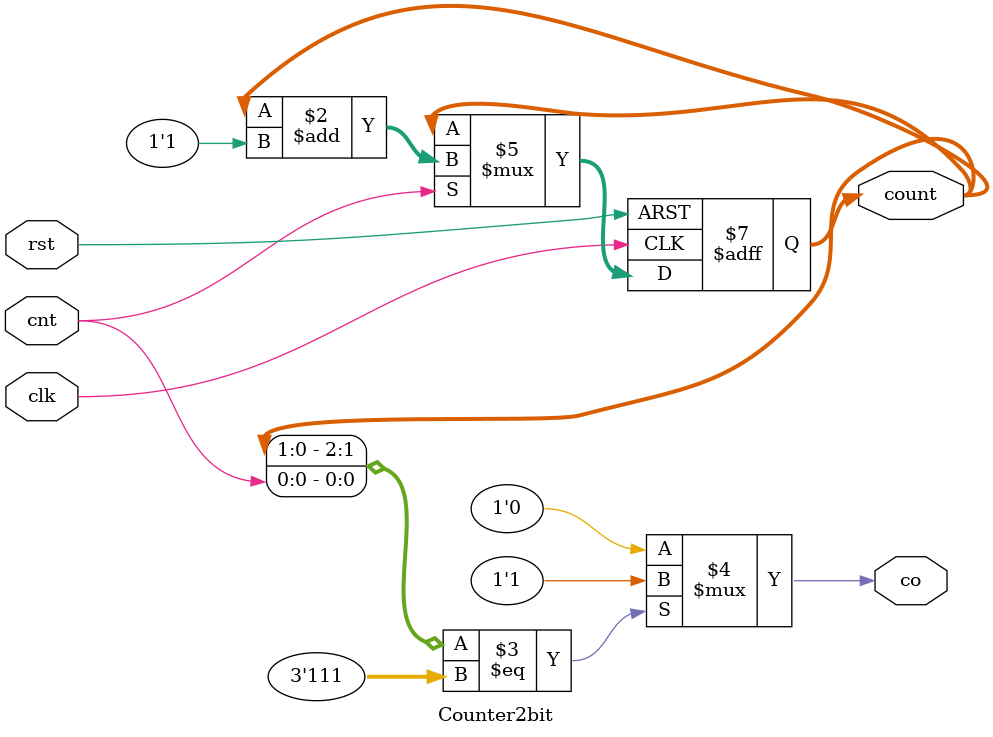
<source format=v>
module WrapperCTRL (
    input clk,
    input rst,
    input w_start,
    input eng_done,
    output reg w_done,
    output reg w_req,
    output reg ldx,
    output reg ldu,
    output reg shiftL,
    output reg eng_start
);
    parameter idle = 0, load = 1, start_exp = 2, wait_exp = 3, save = 4;
    reg [2:0] ps;
    reg [2:0] ns;
    reg cnt;
    wire co;
    wire [1:0] count;

    Counter2bit cnt2bit (
        .clk(clk),
        .rst(rst),
        .cnt(cnt),
        .count(count),
        .co(co)
    );

    always @(posedge clk or posedge rst) begin
        if (rst) begin
            ps <= idle;
        end else begin
            ps <= ns;
        end
    end

    always @(*) begin
        w_done = 0;
        w_req = 0;
        ldx = 0;
        ldu = 0;
        shiftL = 0;
        eng_start = 0;
        cnt = 0;
        case (ps)
            idle: begin
                w_done = 1;
            end
            load: begin
                ldx = 1;
                ldu = 1;
            end
            start_exp: begin
                eng_start = 1;
            end
            wait_exp: begin
                // :)))
            end
            save: begin
                w_req = 1;
                shiftL = 1;
                cnt = 1;
            end
        endcase
    end

    always @(*) begin
        case (ps)
            idle: ns = w_start ? load : idle;
            load: ns = w_start ? load : start_exp;
            start_exp: ns = wait_exp;
            wait_exp: ns = eng_done ? save : wait_exp;
            save: ns = co ? idle : start_exp;
        endcase
    end
endmodule

module Counter2bit (
    input clk,
    input rst,
    input cnt,
    output reg [1:0] count,
    output co
);

always @(posedge clk or posedge rst)
begin
    if (rst)
    begin
        count <= 2'b00;
    end
    else if (cnt)
    begin
        count <= count + 1'b1;
    end
end

    assign co = ({count, cnt} == 3'b111) ? 1'b1 : 1'b0;
endmodule
</source>
